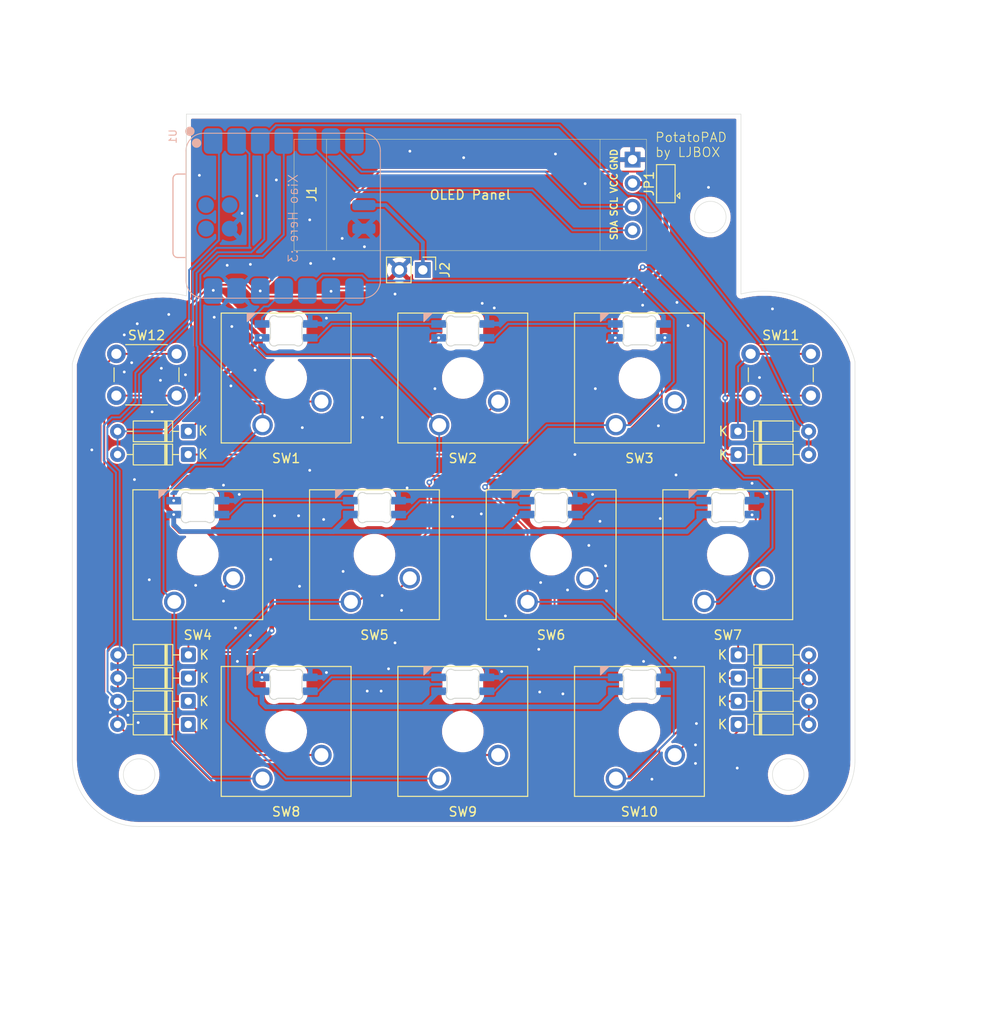
<source format=kicad_pcb>
(kicad_pcb (version 20241229) (generator "pcbnew") (generator_version "9.0")
  (layers (0 "F.Cu" signal) (2 "B.Cu" signal) (13 "F.Paste" user) (15 "B.Paste" user) (5 "F.SilkS" user "F.Silkscreen") (7 "B.SilkS" user "B.Silkscreen") (1 "F.Mask" user) (3 "B.Mask" user) (25 "Edge.Cuts" user))
  (net 0 "")
  (net 1 "/row1")
  (net 2 "Net-(D1-K)")
  (net 3 "Net-(D12-DIN)")
  (net 4 "GND")
  (net 5 "/argb")
  (net 6 "+5V")
  (net 7 "Net-(D3-K)")
  (net 8 "Net-(D4-K)")
  (net 9 "/row2")
  (net 10 "Net-(D5-K)")
  (net 11 "Net-(D6-K)")
  (net 12 "Net-(D7-K)")
  (net 13 "Net-(D8-K)")
  (net 14 "/row3")
  (net 15 "Net-(D9-K)")
  (net 16 "Net-(D10-K)")
  (net 17 "Net-(D11-K)")
  (net 18 "Net-(D12-DOUT)")
  (net 19 "Net-(D13-DOUT)")
  (net 20 "Net-(D14-DOUT)")
  (net 21 "Net-(D15-DOUT)")
  (net 22 "Net-(D16-DOUT)")
  (net 23 "Net-(D17-DOUT)")
  (net 24 "Net-(D18-DOUT)")
  (net 25 "Net-(D19-DOUT)")
  (net 29 "/D_SDA")
  (net 30 "+3.3V")
  (net 31 "/D_SCL")
  (net 32 "Net-(D21-K)")
  (net 33 "Net-(D22-K)")
  (net 34 "VCC")
  (net 35 "/col1")
  (net 36 "/col2")
  (net 37 "/col3")
  (net 38 "/col4")
  (net 39 "+BATT")
  (footprint "lib:MX_SK6812MINI-E" (layer "F.Cu") (at 83.38125 129 180)
    (property "Reference" "D15" (hide yes))
    (property "Value" "SK6812MINI")
    (fp_line (start 1.699999 4.377157) (end 1.699999 5.782841) (stroke (width 0.1)) (layer "Edge.Cuts"))
    (fp_line (start 0.794452 6.579999) (end -0.794452 6.579999) (stroke (width 0.1)) (layer "Edge.Cuts"))
    (fp_line (start -0.794452 3.58) (end 0.794453 3.58) (stroke (width 0.1)) (layer "Edge.Cuts"))
    (fp_line (start -1.699999 5.782841) (end -1.699999 4.377157) (stroke (width 0.1)) (layer "Edge.Cuts"))
    (fp_arc (start 1.749484 5.999719) (mid 1.712527 5.894067) (end 1.699999 5.782841) (stroke (width 0.1)) (layer "Edge.Cuts"))
    (fp_arc (start 1.749484 5.999718) (mid 1.638072 6.584034) (end 1.046711 6.648298) (stroke (width 0.1)) (layer "Edge.Cuts"))
    (fp_arc (start 1.699999 4.377156) (mid 1.712527 4.265931) (end 1.749484 4.160279) (stroke (width 0.1)) (layer "Edge.Cuts"))
    (fp_arc (start 1.046711 3.511701) (mid 1.638071 3.575965) (end 1.749484 4.160279) (stroke (width 0.1)) (layer "Edge.Cuts"))
    (fp_arc (start 1.046711 3.511701) (mid 0.925123 3.562623) (end 0.794453 3.58) (stroke (width 0.1)) (layer "Edge.Cuts"))
    (fp_arc (start 0.794452 6.579999) (mid 0.925123 6.597376) (end 1.046711 6.648298) (stroke (width 0.1)) (layer "Edge.Cuts"))
    (fp_arc (start -0.794453 3.579999) (mid -0.925123 3.562622) (end -1.046711 3.5117) (stroke (width 0.1)) (layer "Edge.Cuts"))
    (fp_arc (start -1.04671 6.648298) (mid -0.925122 6.597376) (end -0.794452 6.579999) (stroke (width 0.1)) (layer "Edge.Cuts"))
    (fp_arc (start -1.046711 6.648296) (mid -1.63807 6.584033) (end -1.749484 5.999719) (stroke (width 0.1)) (layer "Edge.Cuts"))
    (fp_arc (start -1.699999 5.782842) (mid -1.712527 5.894067) (end -1.749484 5.999719) (stroke (width 0.1)) (layer "Edge.Cuts"))
    (fp_arc (start -1.749484 4.160279) (mid -1.638071 3.575964) (end -1.046711 3.5117) (stroke (width 0.1)) (layer "Edge.Cuts"))
    (fp_arc (start -1.749484 4.160279) (mid -1.712527 4.265931) (end -1.699999 4.377157) (stroke (width 0.1)) (layer "Edge.Cuts"))
  )
  (footprint "lib:MX_SK6812MINI-E" (layer "F.Cu") (at 92.90625 148.05 180)
    (property "Reference" "D19" (hide yes))
    (property "Value" "SK6812MINI")
    (fp_line (start 1.699999 4.377157) (end 1.699999 5.782841) (stroke (width 0.1)) (layer "Edge.Cuts"))
    (fp_line (start 0.794452 6.579999) (end -0.794452 6.579999) (stroke (width 0.1)) (layer "Edge.Cuts"))
    (fp_line (start -0.794452 3.58) (end 0.794453 3.58) (stroke (width 0.1)) (layer "Edge.Cuts"))
    (fp_line (start -1.699999 5.782841) (end -1.699999 4.377157) (stroke (width 0.1)) (layer "Edge.Cuts"))
    (fp_arc (start 1.749484 5.999719) (mid 1.712527 5.894067) (end 1.699999 5.782841) (stroke (width 0.1)) (layer "Edge.Cuts"))
    (fp_arc (start 1.749484 5.999718) (mid 1.638072 6.584034) (end 1.046711 6.648298) (stroke (width 0.1)) (layer "Edge.Cuts"))
    (fp_arc (start 1.699999 4.377156) (mid 1.712527 4.265931) (end 1.749484 4.160279) (stroke (width 0.1)) (layer "Edge.Cuts"))
    (fp_arc (start 1.046711 3.511701) (mid 1.638071 3.575965) (end 1.749484 4.160279) (stroke (width 0.1)) (layer "Edge.Cuts"))
    (fp_arc (start 1.046711 3.511701) (mid 0.925123 3.562623) (end 0.794453 3.58) (stroke (width 0.1)) (layer "Edge.Cuts"))
    (fp_arc (start 0.794452 6.579999) (mid 0.925123 6.597376) (end 1.046711 6.648298) (stroke (width 0.1)) (layer "Edge.Cuts"))
    (fp_arc (start -0.794453 3.579999) (mid -0.925123 3.562622) (end -1.046711 3.5117) (stroke (width 0.1)) (layer "Edge.Cuts"))
    (fp_arc (start -1.04671 6.648298) (mid -0.925122 6.597376) (end -0.794452 6.579999) (stroke (width 0.1)) (layer "Edge.Cuts"))
    (fp_arc (start -1.046711 6.648296) (mid -1.63807 6.584033) (end -1.749484 5.999719) (stroke (width 0.1)) (layer "Edge.Cuts"))
    (fp_arc (start -1.699999 5.782842) (mid -1.712527 5.894067) (end -1.749484 5.999719) (stroke (width 0.1)) (layer "Edge.Cuts"))
    (fp_arc (start -1.749484 4.160279) (mid -1.638071 3.575964) (end -1.046711 3.5117) (stroke (width 0.1)) (layer "Edge.Cuts"))
    (fp_arc (start -1.749484 4.160279) (mid -1.712527 4.265931) (end -1.699999 4.377157) (stroke (width 0.1)) (layer "Edge.Cuts"))
  )
  (footprint "Diode_THT:D_DO-35_SOD27_P7.62mm_Horizontal" (layer "F.Cu") (at 63.3 115.7 180)
    (property "Reference" "D1" (hide yes))
    (property "Value" "1N4148")
  )
  (footprint "CherryMX:CherryMX_1.00u" (layer "F.Cu") (at 92.90625 109.95 180)
    (property "Reference" "SW2")
    (property "Value" "SW_Push")
  )
  (footprint "CherryMX:CherryMX_1.00u" (layer "F.Cu") (at 121.48125 129 180)
    (property "Reference" "SW7")
    (property "Value" "SW_Push")
  )
  (footprint "Diode_THT:D_DO-35_SOD27_P7.62mm_Horizontal" (layer "F.Cu") (at 122.6 144.8)
    (property "Reference" "D9" (hide yes))
    (property "Value" "1N4148")
  )
  (footprint "CherryMX:CherryMX_1.00u" (layer "F.Cu") (at 102.43125 129 180)
    (property "Reference" "SW6")
    (property "Value" "SW_Push")
  )
  (footprint "CherryMX:CherryMX_1.00u" (layer "F.Cu") (at 111.95625 109.95 180)
    (property "Reference" "SW3")
    (property "Value" "SW_Push")
  )
  (footprint "lib:MX_SK6812MINI-E" (layer "F.Cu") (at 102.43125 129 180)
    (property "Reference" "D16" (hide yes))
    (property "Value" "SK6812MINI")
    (fp_line (start 1.699999 4.377157) (end 1.699999 5.782841) (stroke (width 0.1)) (layer "Edge.Cuts"))
    (fp_line (start 0.794452 6.579999) (end -0.794452 6.579999) (stroke (width 0.1)) (layer "Edge.Cuts"))
    (fp_line (start -0.794452 3.58) (end 0.794453 3.58) (stroke (width 0.1)) (layer "Edge.Cuts"))
    (fp_line (start -1.699999 5.782841) (end -1.699999 4.377157) (stroke (width 0.1)) (layer "Edge.Cuts"))
    (fp_arc (start 1.749484 5.999719) (mid 1.712527 5.894067) (end 1.699999 5.782841) (stroke (width 0.1)) (layer "Edge.Cuts"))
    (fp_arc (start 1.749484 5.999718) (mid 1.638072 6.584034) (end 1.046711 6.648298) (stroke (width 0.1)) (layer "Edge.Cuts"))
    (fp_arc (start 1.699999 4.377156) (mid 1.712527 4.265931) (end 1.749484 4.160279) (stroke (width 0.1)) (layer "Edge.Cuts"))
    (fp_arc (start 1.046711 3.511701) (mid 1.638071 3.575965) (end 1.749484 4.160279) (stroke (width 0.1)) (layer "Edge.Cuts"))
    (fp_arc (start 1.046711 3.511701) (mid 0.925123 3.562623) (end 0.794453 3.58) (stroke (width 0.1)) (layer "Edge.Cuts"))
    (fp_arc (start 0.794452 6.579999) (mid 0.925123 6.597376) (end 1.046711 6.648298) (stroke (width 0.1)) (layer "Edge.Cuts"))
    (fp_arc (start -0.794453 3.579999) (mid -0.925123 3.562622) (end -1.046711 3.5117) (stroke (width 0.1)) (layer "Edge.Cuts"))
    (fp_arc (start -1.04671 6.648298) (mid -0.925122 6.597376) (end -0.794452 6.579999) (stroke (width 0.1)) (layer "Edge.Cuts"))
    (fp_arc (start -1.046711 6.648296) (mid -1.63807 6.584033) (end -1.749484 5.999719) (stroke (width 0.1)) (layer "Edge.Cuts"))
    (fp_arc (start -1.699999 5.782842) (mid -1.712527 5.894067) (end -1.749484 5.999719) (stroke (width 0.1)) (layer "Edge.Cuts"))
    (fp_arc (start -1.749484 4.160279) (mid -1.638071 3.575964) (end -1.046711 3.5117) (stroke (width 0.1)) (layer "Edge.Cuts"))
    (fp_arc (start -1.749484 4.160279) (mid -1.712527 4.265931) (end -1.699999 4.377157) (stroke (width 0.1)) (layer "Edge.Cuts"))
  )
  (footprint "CherryMX:CherryMX_1.00u" (layer "F.Cu") (at 83.38125 129 180)
    (property "Reference" "SW5")
    (property "Value" "SW_Push")
  )
  (footprint "Diode_THT:D_DO-35_SOD27_P7.62mm_Horizontal" (layer "F.Cu") (at 122.58 115.7)
    (property "Reference" "D21" (hide yes))
    (property "Value" "1N4148")
  )
  (footprint "Diode_THT:D_DO-35_SOD27_P7.62mm_Horizontal" (layer "F.Cu") (at 63.3 118.2 180)
    (property "Reference" "D3" (hide yes))
    (property "Value" "1N4148")
  )
  (footprint "lib:MX_SK6812MINI-E" (layer "F.Cu") (at 64.33125 129 180)
    (property "Reference" "D14" (hide yes))
    (property "Value" "SK6812MINI")
    (fp_line (start 1.699999 4.377157) (end 1.699999 5.782841) (stroke (width 0.1)) (layer "Edge.Cuts"))
    (fp_line (start 0.794452 6.579999) (end -0.794452 6.579999) (stroke (width 0.1)) (layer "Edge.Cuts"))
    (fp_line (start -0.794452 3.58) (end 0.794453 3.58) (stroke (width 0.1)) (layer "Edge.Cuts"))
    (fp_line (start -1.699999 5.782841) (end -1.699999 4.377157) (stroke (width 0.1)) (layer "Edge.Cuts"))
    (fp_arc (start 1.749484 5.999719) (mid 1.712527 5.894067) (end 1.699999 5.782841) (stroke (width 0.1)) (layer "Edge.Cuts"))
    (fp_arc (start 1.749484 5.999718) (mid 1.638072 6.584034) (end 1.046711 6.648298) (stroke (width 0.1)) (layer "Edge.Cuts"))
    (fp_arc (start 1.699999 4.377156) (mid 1.712527 4.265931) (end 1.749484 4.160279) (stroke (width 0.1)) (layer "Edge.Cuts"))
    (fp_arc (start 1.046711 3.511701) (mid 1.638071 3.575965) (end 1.749484 4.160279) (stroke (width 0.1)) (layer "Edge.Cuts"))
    (fp_arc (start 1.046711 3.511701) (mid 0.925123 3.562623) (end 0.794453 3.58) (stroke (width 0.1)) (layer "Edge.Cuts"))
    (fp_arc (start 0.794452 6.579999) (mid 0.925123 6.597376) (end 1.046711 6.648298) (stroke (width 0.1)) (layer "Edge.Cuts"))
    (fp_arc (start -0.794453 3.579999) (mid -0.925123 3.562622) (end -1.046711 3.5117) (stroke (width 0.1)) (layer "Edge.Cuts"))
    (fp_arc (start -1.04671 6.648298) (mid -0.925122 6.597376) (end -0.794452 6.579999) (stroke (width 0.1)) (layer "Edge.Cuts"))
    (fp_arc (start -1.046711 6.648296) (mid -1.63807 6.584033) (end -1.749484 5.999719) (stroke (width 0.1)) (layer "Edge.Cuts"))
    (fp_arc (start -1.699999 5.782842) (mid -1.712527 5.894067) (end -1.749484 5.999719) (stroke (width 0.1)) (layer "Edge.Cuts"))
    (fp_arc (start -1.749484 4.160279) (mid -1.638071 3.575964) (end -1.046711 3.5117) (stroke (width 0.1)) (layer "Edge.Cuts"))
    (fp_arc (start -1.749484 4.160279) (mid -1.712527 4.265931) (end -1.699999 4.377157) (stroke (width 0.1)) (layer "Edge.Cuts"))
  )
  (footprint "lib:MX_SK6812MINI-E" (layer "F.Cu") (at 111.95625 148.05 180)
    (property "Reference" "D20" (hide yes))
    (property "Value" "SK6812MINI")
    (fp_line (start 1.699999 4.377157) (end 1.699999 5.782841) (stroke (width 0.1)) (layer "Edge.Cuts"))
    (fp_line (start 0.794452 6.579999) (end -0.794452 6.579999) (stroke (width 0.1)) (layer "Edge.Cuts"))
    (fp_line (start -0.794452 3.58) (end 0.794453 3.58) (stroke (width 0.1)) (layer "Edge.Cuts"))
    (fp_line (start -1.699999 5.782841) (end -1.699999 4.377157) (stroke (width 0.1)) (layer "Edge.Cuts"))
    (fp_arc (start 1.749484 5.999719) (mid 1.712527 5.894067) (end 1.699999 5.782841) (stroke (width 0.1)) (layer "Edge.Cuts"))
    (fp_arc (start 1.749484 5.999718) (mid 1.638072 6.584034) (end 1.046711 6.648298) (stroke (width 0.1)) (layer "Edge.Cuts"))
    (fp_arc (start 1.699999 4.377156) (mid 1.712527 4.265931) (end 1.749484 4.160279) (stroke (width 0.1)) (layer "Edge.Cuts"))
    (fp_arc (start 1.046711 3.511701) (mid 1.638071 3.575965) (end 1.749484 4.160279) (stroke (width 0.1)) (layer "Edge.Cuts"))
    (fp_arc (start 1.046711 3.511701) (mid 0.925123 3.562623) (end 0.794453 3.58) (stroke (width 0.1)) (layer "Edge.Cuts"))
    (fp_arc (start 0.794452 6.579999) (mid 0.925123 6.597376) (end 1.046711 6.648298) (stroke (width 0.1)) (layer "Edge.Cuts"))
    (fp_arc (start -0.794453 3.579999) (mid -0.925123 3.562622) (end -1.046711 3.5117) (stroke (width 0.1)) (layer "Edge.Cuts"))
    (fp_arc (start -1.04671 6.648298) (mid -0.925122 6.597376) (end -0.794452 6.579999) (stroke (width 0.1)) (layer "Edge.Cuts"))
    (fp_arc (start -1.046711 6.648296) (mid -1.63807 6.584033) (end -1.749484 5.999719) (stroke (width 0.1)) (layer "Edge.Cuts"))
    (fp_arc (start -1.699999 5.782842) (mid -1.712527 5.894067) (end -1.749484 5.999719) (stroke (width 0.1)) (layer "Edge.Cuts"))
    (fp_arc (start -1.749484 4.160279) (mid -1.638071 3.575964) (end -1.046711 3.5117) (stroke (width 0.1)) (layer "Edge.Cuts"))
    (fp_arc (start -1.749484 4.160279) (mid -1.712527 4.265931) (end -1.699999 4.377157) (stroke (width 0.1)) (layer "Edge.Cuts"))
  )
  (footprint "Diode_THT:D_DO-35_SOD27_P7.62mm_Horizontal" (layer "F.Cu") (at 63.32 142.3 180)
    (property "Reference" "D6" (hide yes))
    (property "Value" "1N4148")
  )
  (footprint "Diode_THT:D_DO-35_SOD27_P7.62mm_Horizontal" (layer "F.Cu") (at 122.6 147.3)
    (property "Reference" "D22" (hide yes))
    (property "Value" "1N4148")
  )
  (footprint "Diode_THT:D_DO-35_SOD27_P7.62mm_Horizontal" (layer "F.Cu") (at 63.3 147.3 180)
    (property "Reference" "D10" (hide yes))
    (property "Value" "1N4148")
  )
  (footprint "Button_Switch_THT:SW_PUSH_6mm" (layer "F.Cu") (at 123.95 107.35)
    (property "Reference" "SW11")
    (property "Value" "SW_Push")
  )
  (footprint "Diode_THT:D_DO-35_SOD27_P7.62mm_Horizontal" (layer "F.Cu") (at 63.32 139.8 180)
    (property "Reference" "D5" (hide yes))
    (property "Value" "1N4148")
  )
  (footprint "Jumper:SolderJumper-3_P1.3mm_Bridged2Bar12_Pad1.0x1.5mm" (layer "F.Cu") (at 114.8 89 90)
    (property "Reference" "JP1")
    (property "Value" "Jumper_3_Bridged12")
  )
  (footprint "Diode_THT:D_DO-35_SOD27_P7.62mm_Horizontal" (layer "F.Cu") (at 122.6 139.8)
    (property "Reference" "D8" (hide yes))
    (property "Value" "1N4148")
  )
  (footprint "lib:MX_SK6812MINI-E" (layer "F.Cu") (at 73.85625 148.05 180)
    (property "Reference" "D18" (hide yes))
    (property "Value" "SK6812MINI")
    (fp_line (start 1.699999 4.377157) (end 1.699999 5.782841) (stroke (width 0.1)) (layer "Edge.Cuts"))
    (fp_line (start 0.794452 6.579999) (end -0.794452 6.579999) (stroke (width 0.1)) (layer "Edge.Cuts"))
    (fp_line (start -0.794452 3.58) (end 0.794453 3.58) (stroke (width 0.1)) (layer "Edge.Cuts"))
    (fp_line (start -1.699999 5.782841) (end -1.699999 4.377157) (stroke (width 0.1)) (layer "Edge.Cuts"))
    (fp_arc (start 1.749484 5.999719) (mid 1.712527 5.894067) (end 1.699999 5.782841) (stroke (width 0.1)) (layer "Edge.Cuts"))
    (fp_arc (start 1.749484 5.999718) (mid 1.638072 6.584034) (end 1.046711 6.648298) (stroke (width 0.1)) (layer "Edge.Cuts"))
    (fp_arc (start 1.699999 4.377156) (mid 1.712527 4.265931) (end 1.749484 4.160279) (stroke (width 0.1)) (layer "Edge.Cuts"))
    (fp_arc (start 1.046711 3.511701) (mid 1.638071 3.575965) (end 1.749484 4.160279) (stroke (width 0.1)) (layer "Edge.Cuts"))
    (fp_arc (start 1.046711 3.511701) (mid 0.925123 3.562623) (end 0.794453 3.58) (stroke (width 0.1)) (layer "Edge.Cuts"))
    (fp_arc (start 0.794452 6.579999) (mid 0.925123 6.597376) (end 1.046711 6.648298) (stroke (width 0.1)) (layer "Edge.Cuts"))
    (fp_arc (start -0.794453 3.579999) (mid -0.925123 3.562622) (end -1.046711 3.5117) (stroke (width 0.1)) (layer "Edge.Cuts"))
    (fp_arc (start -1.04671 6.648298) (mid -0.925122 6.597376) (end -0.794452 6.579999) (stroke (width 0.1)) (layer "Edge.Cuts"))
    (fp_arc (start -1.046711 6.648296) (mid -1.63807 6.584033) (end -1.749484 5.999719) (stroke (width 0.1)) (layer "Edge.Cuts"))
    (fp_arc (start -1.699999 5.782842) (mid -1.712527 5.894067) (end -1.749484 5.999719) (stroke (width 0.1)) (layer "Edge.Cuts"))
    (fp_arc (start -1.749484 4.160279) (mid -1.638071 3.575964) (end -1.046711 3.5117) (stroke (width 0.1)) (layer "Edge.Cuts"))
    (fp_arc (start -1.749484 4.160279) (mid -1.712527 4.265931) (end -1.699999 4.377157) (stroke (width 0.1)) (layer "Edge.Cuts"))
  )
  (footprint "Connector_PinHeader_2.54mm:PinHeader_1x02_P2.54mm_Vertical" (layer "F.Cu") (at 88.6 98.3 -90)
    (property "Reference" "J2")
    (property "Value" "Conn_01x02")
  )
  (footprint "lib:MX_SK6812MINI-E" (layer "F.Cu") (at 73.85625 109.95 180)
    (property "Reference" "D2" (hide yes))
    (property "Value" "SK6812MINI")
    (fp_line (start 1.699999 4.377157) (end 1.699999 5.782841) (stroke (width 0.1)) (layer "Edge.Cuts"))
    (fp_line (start 0.794452 6.579999) (end -0.794452 6.579999) (stroke (width 0.1)) (layer "Edge.Cuts"))
    (fp_line (start -0.794452 3.58) (end 0.794453 3.58) (stroke (width 0.1)) (layer "Edge.Cuts"))
    (fp_line (start -1.699999 5.782841) (end -1.699999 4.377157) (stroke (width 0.1)) (layer "Edge.Cuts"))
    (fp_arc (start 1.749484 5.999719) (mid 1.712527 5.894067) (end 1.699999 5.782841) (stroke (width 0.1)) (layer "Edge.Cuts"))
    (fp_arc (start 1.749484 5.999718) (mid 1.638072 6.584034) (end 1.046711 6.648298) (stroke (width 0.1)) (layer "Edge.Cuts"))
    (fp_arc (start 1.699999 4.377156) (mid 1.712527 4.265931) (end 1.749484 4.160279) (stroke (width 0.1)) (layer "Edge.Cuts"))
    (fp_arc (start 1.046711 3.511701) (mid 1.638071 3.575965) (end 1.749484 4.160279) (stroke (width 0.1)) (layer "Edge.Cuts"))
    (fp_arc (start 1.046711 3.511701) (mid 0.925123 3.562623) (end 0.794453 3.58) (stroke (width 0.1)) (layer "Edge.Cuts"))
    (fp_arc (start 0.794452 6.579999) (mid 0.925123 6.597376) (end 1.046711 6.648298) (stroke (width 0.1)) (layer "Edge.Cuts"))
    (fp_arc (start -0.794453 3.579999) (mid -0.925123 3.562622) (end -1.046711 3.5117) (stroke (width 0.1)) (layer "Edge.Cuts"))
    (fp_arc (start -1.04671 6.648298) (mid -0.925122 6.597376) (end -0.794452 6.579999) (stroke (width 0.1)) (layer "Edge.Cuts"))
    (fp_arc (start -1.046711 6.648296) (mid -1.63807 6.584033) (end -1.749484 5.999719) (stroke (width 0.1)) (layer "Edge.Cuts"))
    (fp_arc (start -1.699999 5.782842) (mid -1.712527 5.894067) (end -1.749484 5.999719) (stroke (width 0.1)) (layer "Edge.Cuts"))
    (fp_arc (start -1.749484 4.160279) (mid -1.638071 3.575964) (end -1.046711 3.5117) (stroke (width 0.1)) (layer "Edge.Cuts"))
    (fp_arc (start -1.749484 4.160279) (mid -1.712527 4.265931) (end -1.699999 4.377157) (stroke (width 0.1)) (layer "Edge.Cuts"))
  )
  (footprint "lib:MX_SK6812MINI-E" (layer "F.Cu") (at 121.5 129 180)
    (property "Reference" "D17" (hide yes))
    (property "Value" "SK6812MINI")
    (fp_line (start 1.699999 4.377157) (end 1.699999 5.782841) (stroke (width 0.1)) (layer "Edge.Cuts"))
    (fp_line (start 0.794452 6.579999) (end -0.794452 6.579999) (stroke (width 0.1)) (layer "Edge.Cuts"))
    (fp_line (start -0.794452 3.58) (end 0.794453 3.58) (stroke (width 0.1)) (layer "Edge.Cuts"))
    (fp_line (start -1.699999 5.782841) (end -1.699999 4.377157) (stroke (width 0.1)) (layer "Edge.Cuts"))
    (fp_arc (start 1.749484 5.999719) (mid 1.712527 5.894067) (end 1.699999 5.782841) (stroke (width 0.1)) (layer "Edge.Cuts"))
    (fp_arc (start 1.749484 5.999718) (mid 1.638072 6.584034) (end 1.046711 6.648298) (stroke (width 0.1)) (layer "Edge.Cuts"))
    (fp_arc (start 1.699999 4.377156) (mid 1.712527 4.265931) (end 1.749484 4.160279) (stroke (width 0.1)) (layer "Edge.Cuts"))
    (fp_arc (start 1.046711 3.511701) (mid 1.638071 3.575965) (end 1.749484 4.160279) (stroke (width 0.1)) (layer "Edge.Cuts"))
    (fp_arc (start 1.046711 3.511701) (mid 0.925123 3.562623) (end 0.794453 3.58) (stroke (width 0.1)) (layer "Edge.Cuts"))
    (fp_arc (start 0.794452 6.579999) (mid 0.925123 6.597376) (end 1.046711 6.648298) (stroke (width 0.1)) (layer "Edge.Cuts"))
    (fp_arc (start -0.794453 3.579999) (mid -0.925123 3.562622) (end -1.046711 3.5117) (stroke (width 0.1)) (layer "Edge.Cuts"))
    (fp_arc (start -1.04671 6.648298) (mid -0.925122 6.597376) (end -0.794452 6.579999) (stroke (width 0.1)) (layer "Edge.Cuts"))
    (fp_arc (start -1.046711 6.648296) (mid -1.63807 6.584033) (end -1.749484 5.999719) (stroke (width 0.1)) (layer "Edge.Cuts"))
    (fp_arc (start -1.699999 5.782842) (mid -1.712527 5.894067) (end -1.749484 5.999719) (stroke (width 0.1)) (layer "Edge.Cuts"))
    (fp_arc (start -1.749484 4.160279) (mid -1.638071 3.575964) (end -1.046711 3.5117) (stroke (width 0.1)) (layer "Edge.Cuts"))
    (fp_arc (start -1.749484 4.160279) (mid -1.712527 4.265931) (end -1.699999 4.377157) (stroke (width 0.1)) (layer "Edge.Cuts"))
  )
  (footprint "lib:MX_SK6812MINI-E" (layer "F.Cu") (at 92.90625 109.95 180)
    (property "Reference" "D12" (hide yes))
    (property "Value" "SK6812MINI")
    (fp_line (start 1.699999 4.377157) (end 1.699999 5.782841) (stroke (width 0.1)) (layer "Edge.Cuts"))
    (fp_line (start 0.794452 6.579999) (end -0.794452 6.579999) (stroke (width 0.1)) (layer "Edge.Cuts"))
    (fp_line (start -0.794452 3.58) (end 0.794453 3.58) (stroke (width 0.1)) (layer "Edge.Cuts"))
    (fp_line (start -1.699999 5.782841) (end -1.699999 4.377157) (stroke (width 0.1)) (layer "Edge.Cuts"))
    (fp_arc (start 1.749484 5.999719) (mid 1.712527 5.894067) (end 1.699999 5.782841) (stroke (width 0.1)) (layer "Edge.Cuts"))
    (fp_arc (start 1.749484 5.999718) (mid 1.638072 6.584034) (end 1.046711 6.648298) (stroke (width 0.1)) (layer "Edge.Cuts"))
    (fp_arc (start 1.699999 4.377156) (mid 1.712527 4.265931) (end 1.749484 4.160279) (stroke (width 0.1)) (layer "Edge.Cuts"))
    (fp_arc (start 1.046711 3.511701) (mid 1.638071 3.575965) (end 1.749484 4.160279) (stroke (width 0.1)) (layer "Edge.Cuts"))
    (fp_arc (start 1.046711 3.511701) (mid 0.925123 3.562623) (end 0.794453 3.58) (stroke (width 0.1)) (layer "Edge.Cuts"))
    (fp_arc (start 0.794452 6.579999) (mid 0.925123 6.597376) (end 1.046711 6.648298) (stroke (width 0.1)) (layer "Edge.Cuts"))
    (fp_arc (start -0.794453 3.579999) (mid -0.925123 3.562622) (end -1.046711 3.5117) (stroke (width 0.1)) (layer "Edge.Cuts"))
    (fp_arc (start -1.04671 6.648298) (mid -0.925122 6.597376) (end -0.794452 6.579999) (stroke (width 0.1)) (layer "Edge.Cuts"))
    (fp_arc (start -1.046711 6.648296) (mid -1.63807 6.584033) (end -1.749484 5.999719) (stroke (width 0.1)) (layer "Edge.Cuts"))
    (fp_arc (start -1.699999 5.782842) (mid -1.712527 5.894067) (end -1.749484 5.999719) (stroke (width 0.1)) (layer "Edge.Cuts"))
    (fp_arc (start -1.749484 4.160279) (mid -1.638071 3.575964) (end -1.046711 3.5117) (stroke (width 0.1)) (layer "Edge.Cuts"))
    (fp_arc (start -1.749484 4.160279) (mid -1.712527 4.265931) (end -1.699999 4.377157) (stroke (width 0.1)) (layer "Edge.Cuts"))
  )
  (footprint "lib:SSD1306_OLED-0.91-128x32" (layer "F.Cu") (at 74.715 84.215)
    (property "Reference" "J1")
    (property "Value" "oled display ;3")
  )
  (footprint "Diode_THT:D_DO-35_SOD27_P7.62mm_Horizontal" (layer "F.Cu") (at 122.6 142.3)
    (property "Reference" "D7" (hide yes))
    (property "Value" "1N4148")
  )
  (footprint "CherryMX:CherryMX_1.00u" (layer "F.Cu") (at 92.90625 148.05 180)
    (property "Reference" "SW9")
    (property "Value" "SW_Push")
  )
  (footprint "Diode_THT:D_DO-35_SOD27_P7.62mm_Horizontal" (layer "F.Cu") (at 122.59 118.2)
    (property "Reference" "D4" (hide yes))
    (property "Value" "1N4148")
  )
  (footprint "CherryMX:CherryMX_1.00u" (layer "F.Cu") (at 73.85625 109.95 180)
    (property "Reference" "SW1")
    (property "Value" "SW_Push")
  )
  (footprint "CherryMX:CherryMX_1.00u" (layer "F.Cu") (at 64.33125 129 180)
    (property "Reference" "SW4")
    (property "Value" "SW_Push")
  )
  (footprint "Button_Switch_THT:SW_PUSH_6mm" (layer "F.Cu") (at 55.55 107.35)
    (property "Reference" "SW12")
    (property "Value" "SW_Push")
  )
  (footprint "CherryMX:CherryMX_1.00u" (layer "F.Cu") (at 73.85625 148.05 180)
    (property "Reference" "SW8")
    (property "Value" "SW_Push")
  )
  (footprint "CherryMX:CherryMX_1.00u" (layer "F.Cu") (at 111.95625 148.05 180)
    (property "Reference" "SW10")
    (property "Value" "SW_Push")
  )
  (footprint "lib:MX_SK6812MINI-E" (layer "F.Cu") (at 111.95625 109.95 180)
    (property "Reference" "D13" (hide yes))
    (property "Value" "SK6812MINI")
    (fp_line (start 1.699999 4.377157) (end 1.699999 5.782841) (stroke (width 0.1)) (layer "Edge.Cuts"))
    (fp_line (start 0.794452 6.579999) (end -0.794452 6.579999) (stroke (width 0.1)) (layer "Edge.Cuts"))
    (fp_line (start -0.794452 3.58) (end 0.794453 3.58) (stroke (width 0.1)) (layer "Edge.Cuts"))
    (fp_line (start -1.699999 5.782841) (end -1.699999 4.377157) (stroke (width 0.1)) (layer "Edge.Cuts"))
    (fp_arc (start 1.749484 5.999719) (mid 1.712527 5.894067) (end 1.699999 5.782841) (stroke (width 0.1)) (layer "Edge.Cuts"))
    (fp_arc (start 1.749484 5.999718) (mid 1.638072 6.584034) (end 1.046711 6.648298) (stroke (width 0.1)) (layer "Edge.Cuts"))
    (fp_arc (start 1.699999 4.377156) (mid 1.712527 4.265931) (end 1.749484 4.160279) (stroke (width 0.1)) (layer "Edge.Cuts"))
    (fp_arc (start 1.046711 3.511701) (mid 1.638071 3.575965) (end 1.749484 4.160279) (stroke (width 0.1)) (layer "Edge.Cuts"))
    (fp_arc (start 1.046711 3.511701) (mid 0.925123 3.562623) (end 0.794453 3.58) (stroke (width 0.1)) (layer "Edge.Cuts"))
    (fp_arc (start 0.794452 6.579999) (mid 0.925123 6.597376) (end 1.046711 6.648298) (stroke (width 0.1)) (layer "Edge.Cuts"))
    (fp_arc (start -0.794453 3.579999) (mid -0.925123 3.562622) (end -1.046711 3.5117) (stroke (width 0.1)) (layer "Edge.Cuts"))
    (fp_arc (start -1.04671 6.648298) (mid -0.925122 6.597376) (end -0.794452 6.579999) (stroke (width 0.1)) (layer "Edge.Cuts"))
    (fp_arc (start -1.046711 6.648296) (mid -1.63807 6.584033) (end -1.749484 5.999719) (stroke (width 0.1)) (layer "Edge.Cuts"))
    (fp_arc (start -1.699999 5.782842) (mid -1.712527 5.894067) (end -1.749484 5.999719) (stroke (width 0.1)) (layer "Edge.Cuts"))
    (fp_arc (start -1.749484 4.160279) (mid -1.638071 3.575964) (end -1.046711 3.5117) (stroke (width 0.1)) (layer "Edge.Cuts"))
    (fp_arc (start -1.749484 4.160279) (mid -1.712527 4.265931) (end -1.699999 4.377157) (stroke (width 0.1)) (layer "Edge.Cuts"))
  )
  (footprint "Diode_THT:D_DO-35_SOD27_P7.62mm_Horizontal" (layer "F.Cu") (at 63.3 144.8 180)
    (property "Reference" "D11" (hide yes))
    (property "Value" "1N4148")
  )
  (footprint "lib:XIAO-RP2040-SMD" (layer "B.Cu") (at 73.6 92.4 -90)
    (property "Reference" "U1")
    (property "Value" "XIAO-RP2040-SMD")
  )
  (gr_line (start 122.9 81.5) (end 63.1 81.5) (stroke (width 0.05)) (layer "Edge.Cuts"))
  (gr_line (start 128 158.299999) (end 58 158.3) (stroke (width 0.05)) (layer "Edge.Cuts"))
  (gr_line (start 63.1 81.5) (end 63.1 101.1) (stroke (width 0.05)) (layer "Edge.Cuts"))
  (gr_arc (start 58 158.3) (mid 52.908831 156.191169) (end 50.8 151.1) (stroke (width 0.05)) (layer "Edge.Cuts"))
  (gr_line (start 135.2 108.200004) (end 135.199999 151.1) (stroke (width 0.05)) (layer "Edge.Cuts"))
  (gr_circle (center 58 152.7) (end 59.7 152.7) (stroke (width 0.05)) (fill no) (layer "Edge.Cuts"))
  (gr_arc (start 50.8 108.4) (mid 55.43812 102.202587) (end 63.1 101.1) (stroke (width 0.05)) (layer "Edge.Cuts"))
  (gr_line (start 50.8 151.1) (end 50.8 108.4) (stroke (width 0.05)) (layer "Edge.Cuts"))
  (gr_circle (center 119.6 92.6) (end 121.3 92.6) (stroke (width 0.05)) (fill no) (layer "Edge.Cuts"))
  (gr_line (start 122.9 81.5) (end 122.9 100.9) (stroke (width 0.05)) (layer "Edge.Cuts"))
  (gr_circle (center 128 152.7) (end 129.7 152.7) (stroke (width 0.05)) (fill no) (layer "Edge.Cuts"))
  (gr_arc (start 135.199999 151.099999) (mid 133.091168 156.191168) (end 127.999999 158.299999) (stroke (width 0.05)) (layer "Edge.Cuts"))
  (gr_arc (start 122.9 100.9) (mid 130.56188 102.002587) (end 135.2 108.2) (stroke (width 0.05)) (layer "Edge.Cuts"))
  (gr_text "PotatoPAD\nby LJBOX" (at 113.6 86.2 -0) (layer "F.SilkS") (effects (font (size 1 1) (thickness 0.1)) (justify left bottom)))
  (gr_text "Xiao Here :3\n" (at 75.2 87.9 90) (layer "B.SilkS") (effects (font (size 1 1) (thickness 0.1)) (justify left bottom mirror)))
  (segment (start 64.3 106.5671) (end 64.3 112.398) (width 0.2) (layer "B.Cu") (net 1))
  (segment (start 64.199 98.6339) (end 64.199 106.4661) (width 0.2) (layer "B.Cu") (net 1))
  (segment (start 129.149 114.649) (end 130.2 115.7) (width 0.2) (layer "B.Cu") (net 1))
  (segment (start 71.06 84.4) (end 71.5 84.84) (width 0.2) (layer "B.Cu") (net 1))
  (segment (start 72.76 82.7) (end 103.34224 82.7) (width 0.2) (layer "B.Cu") (net 1))
  (segment (start 71.5 84.84) (end 71.5 95) (width 0.2) (layer "B.Cu") (net 1))
  (segment (start 112.5 90.3) (end 125.1 106.3) (width 0.2) (layer "B.Cu") (net 1))
  (segment (start 110.73824 90.096) (end 112.5 90.3) (width 0.2) (layer "B.Cu") (net 1))
  (segment (start 71.5 95) (end 70.101 96.399) (width 0.2) (layer "B.Cu") (net 1))
  (segment (start 103.34224 82.7) (end 110.73824 90.096) (width 0.2) (layer "B.Cu") (net 1))
  (segment (start 64.3 112.398) (end 60.998 115.7) (width 0.2) (layer "B.Cu") (net 1))
  (segment (start 60.998 115.7) (end 55.68 115.7) (width 0.2) (layer "B.Cu") (net 1))
  (segment (start 64.199 106.4661) (end 64.3 106.5671) (width 0.2) (layer "B.Cu") (net 1))
  (segment (start 71.06 84.4) (end 72.76 82.7) (width 0.2) (layer "B.Cu") (net 1))
  (segment (start 66.4339 96.399) (end 64.199 98.6339) (width 0.2) (layer "B.Cu") (net 1))
  (segment (start 130.21 116.01) (end 130.21 118.2) (width 0.2) (layer "B.Cu") (net 1))
  (segment (start 130.2 116) (end 130.21 116.01) (width 0.2) (layer "B.Cu") (net 1))
  (segment (start 55.68 118.2) (end 55.68 115.7) (width 0.2) (layer "B.Cu") (net 1))
  (segment (start 125.1 106.3) (end 129.149 114.649) (width 0.2) (layer "B.Cu") (net 1))
  (segment (start 130.2 115.7) (end 130.2 116) (width 0.2) (layer "B.Cu") (net 1))
  (segment (start 70.101 96.399) (end 66.4339 96.399) (width 0.2) (layer "B.Cu") (net 1))
  (segment (start 63.3 115.7) (end 66.51 112.49) (width 0.2) (layer "F.Cu") (net 2))
  (segment (start 66.51 112.49) (end 77.66625 112.49) (width 0.2) (layer "F.Cu") (net 2))
  (segment (start 77.25625 105.620001) (end 78.75625 104.120001) (width 0.2) (layer "B.Cu") (net 3))
  (segment (start 78.75625 104.120001) (end 90.30625 104.120001) (width 0.2) (layer "B.Cu") (net 3))
  (segment (start 76.45625 105.620001) (end 77.25625 105.620001) (width 0.2) (layer "B.Cu") (net 3))
  (via (at 124.1 121.3) (size 0.6) (drill 0.3) (layers "F.Cu" "B.Cu") (net 4))
  (via (at 118.1 147.2) (size 0.6) (drill 0.3) (layers "F.Cu" "B.Cu") (net 4))
  (via (at 85.6 138.5) (size 0.6) (drill 0.3) (layers "F.Cu" "B.Cu") (net 4))
  (via (at 86.3 135) (size 0.6) (drill 0.3) (layers "F.Cu" "B.Cu") (net 4))
  (via (at 67.1 121.5) (size 0.6) (drill 0.3) (layers "F.Cu" "B.Cu") (net 4))
  (via (at 87.2 85.5) (size 0.6) (drill 0.3) (layers "F.Cu" "B.Cu") (net 4))
  (via (at 91.8 124.9) (size 0.6) (drill 0.3) (layers "F.Cu" "B.Cu") (net 4))
  (via (at 85.6 100.9) (size 0.6) (drill 0.3) (layers "F.Cu" "B.Cu") (net 4))
  (via (at 70.7 90.3) (size 0.6) (drill 0.3) (layers "F.Cu" "B.Cu") (net 4))
  (via (at 68.4 136.9) (size 0.6) (drill 0.3) (layers "F.Cu" "B.Cu") (net 4))
  (via (at 57.9 147.1) (size 0.6) (drill 0.3) (layers "F.Cu" "B.Cu") (net 4))
  (via (at 68 104.4) (size 0.6) (drill 0.3) (layers "F.Cu" "B.Cu") (net 4))
  (via (at 115.8 140.1) (size 0.6) (drill 0.3) (layers "F.Cu" "B.Cu") (net 4))
  (via (at 56.4 105.3) (size 0.6) (drill 0.3) (layers "F.Cu" "B.Cu") (net 4))
  (via (at 104.2 132.8) (size 0.6) (drill 0.3) (layers "F.Cu" "B.Cu") (net 4))
  (via (at 86.9 121.8) (size 0.6) (drill 0.3) (layers "F.Cu" "B.Cu") (net 4))
  (via (at 68.6 140.5) (size 0.6) (drill 0.3) (layers "F.Cu" "B.Cu") (net 4))
  (via (at 64.5 88.1) (size 0.6) (drill 0.3) (layers "F.Cu" "B.Cu") (net 4))
  (via (at 108.3 130.2) (size 0.6) (drill 0.3) (layers "F.Cu" "B.Cu") (net 4))
  (via (at 56.8 146.3) (size 0.6) (drill 0.3) (layers "F.Cu" "B.Cu") (net 4))
  (via (at 103.7 144) (size 0.6) (drill 0.3) (layers "F.Cu" "B.Cu") (net 4))
  (via (at 93 86.2) (size 0.6) (drill 0.3) (layers "F.Cu" "B.Cu") (net 4))
  (via (at 106.1 89) (size 0.6) (drill 0.3) (layers "F.Cu" "B.Cu") (net 4))
  (via (at 82.6 143.7) (size 0.6) (drill 0.3) (layers "F.Cu" "B.Cu") (net 4))
  (via (at 64.1 132.3) (size 0.6) (drill 0.3) (layers "F.Cu" "B.Cu") (net 4))
  (via (at 61.2 103.1) (size 0.6) (drill 0.3) (layers "F.Cu" "B.Cu") (net 4))
  (via (at 70.5 109.1) (size 0.6) (drill 0.3) (layers "F.Cu" "B.Cu") (net 4))
  (via (at 84.1 143.7) (size 0.6) (drill 0.3) (layers "F.Cu" "B.Cu") (net 4))
  (via (at 115.9 120.4) (size 0.6) (drill 0.3) (layers "F.Cu" "B.Cu") (net 4))
  (via (at 101.3 132) (size 0.6) (drill 0.3) (layers "F.Cu" "B.Cu") (net 4))
  (via (at 75.3 132.4) (size 0.6) (drill 0.3) (layers "F.Cu" "B.Cu") (net 4))
  (via (at 67.5 97.8) (size 0.6) (drill 0.3) (layers "F.Cu" "B.Cu") (net 4))
  (via (at 82.1 114.2) (size 0.6) (drill 0.3) (layers "F.Cu" "B.Cu") (net 4))
  (via (at 79 97.1) (size 0.6) (drill 0.3) (layers "F.Cu" "B.Cu") (net 4))
  (via (at 82.3 95.8) (size 0.6) (drill 0.3) (layers "F.Cu" "B.Cu") (net 4))
  (via (at 72.6 124.8) (size 0.6) (drill 0.3) (layers "F.Cu" "B.Cu") (net 4))
  (via (at 106.9 122.5) (size 0.6) (drill 0.3) (layers "F.Cu" "B.Cu") (net 4))
  (via (at 66.1 103.4) (size 0.6) (drill 0.3) (layers "F.Cu" "B.Cu") (net 4))
  (via (at 75.2 124.8) (size 0.6) (drill 0.3) (layers "F.Cu" "B.Cu") (net 4))
  (via (at 57.5 120.9) (size 0.6) (drill 0.3) (layers "F.Cu" "B.Cu") (net 4))
  (via (at 52.9 117.7) (size 0.6) (drill 0.3) (layers "F.Cu" "B.Cu") (net 4))
  (via (at 69.1 92.2) (size 0.6) (drill 0.3) (layers "F.Cu" "B.Cu") (net 4))
  (via (at 60.4 108.9) (size 0.6) (drill 0.3) (layers "F.Cu" "B.Cu") (net 4))
  (via (at 125.7 122.4) (size 0.6) (drill 0.3) (layers "F.Cu" "B.Cu") (net 4))
  (via (at 94.9 124.6) (size 0.6) (drill 0.3) (layers "F.Cu" "B.Cu") (net 4))
  (via (at 124.9 109.9) (size 0.6) (drill 0.3) (layers "F.Cu" "B.Cu") (net 4))
  (via (at 63 109.6) (size 0.6) (drill 0.3) (layers "F.Cu" "B.Cu") (net 4))
  (via (at 78.2 141.7) (size 0.6) (drill 0.3) (layers "F.Cu" "B.Cu") (net 4))
  (via (at 70 137.7) (size 0.6) (drill 0.3) (layers "F.Cu" "B.Cu") (net 4))
  (via (at 75.6 115.3) (size 0.6) (drill 0.3) (layers "F.Cu" "B.Cu") (net 4))
  (via (at 95 101.9) (size 0.6) (drill 0.3) (layers "F.Cu" "B.Cu") (net 4))
  (via (at 116 101.8) (size 0.6) (drill 0.3) (layers "F.Cu" "B.Cu") (net 4))
  (via (at 60.3 110.2) (size 0.6) (drill 0.3) (layers "F.Cu" "B.Cu") (net 4))
  (via (at 101.2 143.8) (size 0.6) (drill 0.3) (layers "F.Cu" "B.Cu") (net 4))
  (via (at 112.3 102.1) (size 0.6) (drill 0.3) (layers "F.Cu" "B.Cu") (net 4))
  (via (at 84.2 114.2) (size 0.6) (drill 0.3) (layers "F.Cu" "B.Cu") (net 4))
  (via (at 72.2 129.5) (size 0.6) (drill 0.3) (layers "F.Cu" "B.Cu") (net 4))
  (via (at 122.5 152) (size 0.6) (drill 0.3) (layers "F.Cu" "B.Cu") (net 4))
  (via (at 77.9 125.2) (size 0.6) (drill 0.3) (layers "F.Cu" "B.Cu") (net 4))
  (via (at 107.7 125.4) (size 0.6) (drill 0.3) (layers "F.Cu" "B.Cu") (net 4))
  (via (at 67.9 110.8) (size 0.6) (drill 0.3) (layers "F.Cu" "B.Cu") (net 4))
  (via (at 59.4 113.6) (size 0.6) (drill 0.3) (layers "F.Cu" "B.Cu") (net 4))
  (via (at 118 151.5) (size 0.6) (drill 0.3) (layers "F.Cu" "B.Cu") (net 4))
  (via (at 101.1 139.2) (size 0.6) (drill 0.3) (layers "F.Cu" "B.Cu") (net 4))
  (via (at 126.3 102.5) (size 0.6) (drill 0.3) (layers "F.Cu" "B.Cu") (net 4))
  (via (at 72.8 88.6) (size 0.6) (drill 0.3) (layers "F.Cu" "B.Cu") (net 4))
  (via (at 59.1 131.7) (size 0.6) (drill 0.3) (layers "F.Cu" "B.Cu") (net 4))
  (via (at 78.2 103.5) (size 0.6) (drill 0.3) (layers "F.Cu" "B.Cu") (net 4))
  (via (at 108.4 132.9) (size 0.6) (drill 0.3) (layers "F.Cu" "B.Cu") (net 4))
  (via (at 76.5 97.6) (size 0.6) (drill 0.3) (layers "F.Cu" "B.Cu") (net 4))
  (via (at 105 118.2) (size 0.6) (drill 0.3) (layers "F.Cu" "B.Cu") (net 4))
  (via (at 68.8 122.5) (size 0.6) (drill 0.3) (layers "F.Cu" "B.Cu") (net 4))
  (via (at 84.9 141.3) (size 0.6) (drill 0.3) (layers "F.Cu" "B.Cu") (net 4))
  (via (at 117.2 104.3) (size 0.6) (drill 0.3) (layers "F.Cu" "B.Cu") (net 4))
  (via (at 114 115.1) (size 0.6) (drill 0.3) (layers "F.Cu" "B.Cu") (net 4))
  (via (at 54.9 146) (size 0.6) (drill 0.3) (layers "F.Cu" "B.Cu") (net 4))
  (via (at 57.2 108.3) (size 0.6) (drill 0.3) (layers "F.Cu" "B.Cu") (net 4))
  (via (at 113.3 153.2) (size 0.6) (drill 0.3) (layers "F.Cu" "B.Cu") (net 4))
  (via (at 80 130.8) (size 0.6) (drill 0.3) (layers "F.Cu" "B.Cu") (net 4))
  (via (at 97.5 135.6) (size 0.6) (drill 0.3) (layers "F.Cu" "B.Cu") (net 4))
  (via (at 84.2 133.4) (size 0.6) (drill 0.3) (layers "F.Cu" "B.Cu") (net 4))
  (via (at 119.4 89.4) (size 0.6) (drill 0.3) (layers "F.Cu" "B.Cu") (net 4))
  (via (at 67.1 134) (size 0.6) (drill 0.3) (layers "F.Cu" "B.Cu") (net 4))
  (via (at 57.8 104.1) (size 0.6) (drill 0.3) (layers "F.Cu" "B.Cu") (net 4))
  (via (at 56.4 109.3) (size 0.6) (drill 0.3) (layers "F.Cu" "B.Cu") (net 4))
  (via (at 96.3 102.4) (size 0.6) (drill 0.3) (layers "F.Cu" "B.Cu") (net 4))
  (via (at 89.9 111.1) (size 0.6) (drill 0.3) (layers "F.Cu" "B.Cu") (net 4))
  (via (at 107.2 111.1) (size 0.6) (drill 0.3) (layers "F.Cu" "B.Cu") (net 4))
  (via (at 76.4 92.9) (size 0.6) (drill 0.3) (layers "F.Cu" "B.Cu") (net 4))
  (via (at 70 97.7) (size 0.6) (drill 0.3) (layers "F.Cu" "B.Cu") (net 4))
  (via (at 114.2 125.1) (size 0.6) (drill 0.3) (layers "F.Cu" "B.Cu") (net 4))
  (via (at 79.9 94.9) (size 0.6) (drill 0.3) (layers "F.Cu" "B.Cu") (net 4))
  (via (at 102.9 85.8) (size 0.6) (drill 0.3) (layers "F.Cu" "B.Cu") (net 4))
  (via (at 106.5 128) (size 0.6) (drill 0.3) (layers "F.Cu" "B.Cu") (net 4))
  (via (at 76.4 119.9) (size 0.6) (drill 0.3) (layers "F.Cu" "B.Cu") (net 4))
  (via (at 112.4 140.5) (size 0.6) (drill 0.3) (layers "F.Cu" "B.Cu") (net 4))
  (via (at 97.1 141.6) (size 0.6) (drill 0.3) (layers "F.Cu" "B.Cu") (net 4))
  (via (at 118 149.5) (size 0.6) (drill 0.3) (layers "F.Cu" "B.Cu") (net 4))
  (segment (start 79.178147 102.606853) (end 72.093147 102.606853) (width 0.2) (layer "B.Cu") (net 5))
  (segment (start 81.22 100.565) (end 79.178147 102.606853) (width 0.2) (layer "B.Cu") (net 5))
  (segment (start 72.093147 102.606853) (end 71.25625 103.44375) (width 0.2) (layer "B.Cu") (net 5))
  (segment (start 71.25625 103.44375) (end 71.25625 104.120001) (width 0.2) (layer "B.Cu") (net 5))
  (segment (start 60.98025 115.71975) (end 60.98025 123.919001) (width 0.5) (layer "F.Cu") (net 6))
  (segment (start 72.3 133.4) (end 72.3 137.2) (width 0.5) (layer "F.Cu") (net 6))
  (segment (start 114.8 97.8) (end 114.8 90.3) (width 0.5) (layer "F.Cu") (net 6))
  (segment (start 61.73125 125.83125) (end 62.4 126.5) (width 0.5) (layer "F.Cu") (net 6))
  (segment (start 88.477251 107.449) (end 107.527251 107.449) (width 0.5) (layer "F.Cu") (net 6))
  (segment (start 71.1 106.6) (end 71.949 107.449) (width 0.5) (layer "F.Cu") (net 6))
  (segment (start 71.2 105.6) (end 71.1 105.6) (width 0.5) (layer "F.Cu") (net 6))
  (segment (start 107.527251 107.449) (end 109.35625 105.620001) (width 0.5) (layer "F.Cu") (net 6))
  (segment (start 61.73125 124.670001) (end 61.73125 125.83125) (width 0.5) (layer "F.Cu") (net 6))
  (segment (start 62.4 126.5) (end 65.4 126.5) (width 0.5) (layer "F.Cu") (net 6))
  (segment (start 109.35625 105.620001) (end 109.35625 103.24375) (width 0.5) (layer "F.Cu") (net 6))
  (segment (start 60.98025 123.919001) (end 61.73125 124.670001) (width 0.5) (layer "F.Cu") (net 6))
  (segment (start 109.35625 103.24375) (end 114.8 97.8) (width 0.5) (layer "F.Cu") (net 6))
  (segment (start 71.1 105.6) (end 71.1 106.6) (width 0.5) (layer "F.Cu") (net 6))
  (segment (start 65.4 126.5) (end 72.3 133.4) (width 0.5) (layer "F.Cu") (net 6))
  (segment (start 66 100.5) (end 71.1 105.6) (width 0.5) (layer "F.Cu") (net 6))
  (segment (start 71.1 105.6) (end 60.98025 115.71975) (width 0.5) (layer "F.Cu") (net 6))
  (segment (start 88.477251 107.449) (end 90.30625 105.620001) (width 0.5) (layer "F.Cu") (net 6))
  (segment (start 71.949 107.449) (end 88.477251 107.449) (width 0.5) (layer "F.Cu") (net 6))
  (via (at 61.73125 124.670001) (size 0.6) (drill 0.3) (layers "F.Cu" "B.Cu") (net 6))
  (via (at 66 100.5) (size 0.6) (drill 0.3) (layers "F.Cu" "B.Cu") (net 6))
  (via (at 109.35625 105.620001) (size 0.6) (drill 0.3) (layers "F.Cu" "B.Cu") (net 6))
  (via (at 71.1 105.6) (size 0.6) (drill 0.3) (layers "F.Cu" "B.Cu") (net 6))
  (via (at 72.3 137.2) (size 0.6) (drill 0.3) (layers "F.Cu" "B.Cu") (net 6))
  (via (at 90.30625 105.620001) (size 0.6) (drill 0.3) (layers "F.Cu" "B.Cu") (net 6))
  (segment (start 107.676251 145.4) (end 109.35625 143.720001) (width 0.5) (layer "B.Cu") (net 6))
  (segment (start 62.499 126.499) (end 78.6 126.499) (width 0.5) (layer "B.Cu") (net 6))
  (segment (start 65.98 100.565) (end 65.98 100.52) (width 0.2) (layer "B.Cu") (net 6))
  (segment (start 78.6 126.499) (end 97.401 126.499) (width 0.5) (layer "B.Cu") (net 6))
  (segment (start 72.3 137.2) (end 70.00525 139.49475) (width 0.5) (layer "B.Cu") (net 6))
  (segment (start 61.73125 124.670001) (end 61.73125 125.73125) (width 0.5) (layer "B.Cu") (net 6))
  (segment (start 70.45625 143.720001) (end 71.25625 143.720001) (width 0.5) (layer "B.Cu") (net 6))
  (segment (start 78.6 126.499) (end 78.952251 126.499) (width 0.5) (layer "B.Cu") (net 6))
  (segment (start 71.7 145.4) (end 88.626251 145.4) (width 0.5) (layer "B.Cu") (net 6))
  (segment (start 97.401 126.499) (end 117.071001 126.499) (width 0.5) (layer "B.Cu") (net 6))
  (segment (start 99.229999 124.670001) (end 99.83125 124.670001) (width 0.5) (layer "B.Cu") (net 6))
  (segment (start 70.00525 139.49475) (end 70.00525 143.269001) (width 0.5) (layer "B.Cu") (net 6))
  (segment (start 88.626251 145.4) (end 90.30625 143.720001) (width 0.5) (layer "B.Cu") (net 6))
  (segment (start 117.071001 126.499) (end 118.9 124.670001) (width 0.5) (layer "B.Cu") (net 6))
  (segment (start 71.25625 144.95625) (end 71.7 145.4) (width 0.5) (layer "B.Cu") (net 6))
  (segment (start 71.25625 143.720001) (end 71.25625 144.95625) (width 0.5) (layer "B.Cu") (net 6))
  (segment (start 97.401 126.499) (end 99.229999 124.670001) (width 0.5) (layer "B.Cu") (net 6))
  (segment (start 88.626251 145.4) (end 107.676251 145.4) (width 0.5) (layer "B.Cu") (net 6))
  (segment (start 61.73125 125.73125) (end 62.499 126.499) (width 0.5) (layer "B.Cu") (net 6))
  (segment (start 65.98 100.52) (end 66 100.5) (width 0.2) (layer "B.Cu") (net 6))
  (segment (start 70.00525 143.269001) (end 70.45625 143.720001) (width 0.5) (layer "B.Cu") (net 6))
  (segment (start 78.952251 126.499) (end 80.78125 124.670001) (width 0.5) (layer "B.Cu") (net 6))
  (segment (start 63.3 118.2) (end 91.00625 118.2) (width 0.2) (layer "F.Cu") (net 7))
  (segment (start 91.00625 118.2) (end 96.71625 112.49) (width 0.2) (layer "F.Cu") (net 7))
  (segment (start 121.47625 118.2) (end 115.76625 112.49) (width 0.2) (layer "F.Cu") (net 8))
  (segment (start 122.59 118.2) (end 121.47625 118.2) (width 0.2) (layer "F.Cu") (net 8))
  (segment (start 130.22 142.3) (end 128.874609 143.645391) (width 0.2) (layer "F.Cu") (net 9))
  (segment (start 55.7 139.8) (end 55.7 142.3) (width 0.2) (layer "F.Cu") (net 9))
  (segment (start 56.13605 143.699) (end 56.099 143.699) (width 0.2) (layer "F.Cu") (net 9))
  (segment (start 56.099 143.699) (end 55.7 143.3) (width 0.2) (layer "F.Cu") (net 9))
  (segment (start 55.7 143.3) (end 55.7 142.3) (width 0.2) (layer "F.Cu") (net 9))
  (segment (start 66.96805 154.531) (end 56.13605 143.699) (width 0.2) (layer "F.Cu") (net 9))
  (segment (start 109.996564 154.531) (end 66.96805 154.531) (width 0.2) (layer "F.Cu") (net 9))
  (segment (start 114.1 150) (end 114.1 150.427564) (width 0.2) (layer "F.Cu") (net 9))
  (segment (start 114.1 150.427564) (end 109.996564 154.531) (width 0.2) (layer "F.Cu") (net 9))
  (segment (start 130.22 142.3) (end 130.22 139.8) (width 0.2) (layer "F.Cu") (net 9))
  (segment (start 128.874609 143.645391) (end 120.454609 143.645391) (width 0.2) (layer "F.Cu") (net 9))
  (segment (start 120.454609 143.645391) (end 114.1 150) (width 0.2) (layer "F.Cu") (net 9))
  (segment (start 54.579 115.24395) (end 54.579 118.65605) (width 0.2) (layer "B.Cu") (net 9))
  (segment (start 63.798 103.762108) (end 58 109.560108) (width 0.2) (layer "B.Cu") (net 9))
  (segment (start 58 109.560108) (end 58 112.7) (width 0.2) (layer "B.Cu") (net 9))
  (segment (start 55.9 139.6) (end 55.7 139.8) (width 0.2) (layer "B.Cu") (net 9))
  (segment (start 55.22395 114.599) (end 54.579 115.24395) (width 0.2) (layer "B.Cu") (net 9))
  (segment (start 66.34935 95.91645) (end 63.798 98.4678) (width 0.2) (layer "B.Cu") (net 9))
  (segment (start 63.798 98.4678) (end 63.798 103.762108) (width 0.2) (layer "B.Cu") (net 9))
  (segment (start 69.9 85.78) (end 69.9 95.8) (width 0.2) (layer "B.Cu") (net 9))
  (segment (start 54.579 118.65605) (end 55.9 119.97705) (width 0.2) (layer "B.Cu") (net 9))
  (segment (start 56.101 114.599) (end 55.22395 114.599) (width 0.2) (layer "B.Cu") (net 9))
  (segment (start 58 112.7) (end 56.101 114.599) (width 0.2) (layer "B.Cu") (net 9))
  (segment (start 70.01645 95.91645) (end 66.34935 95.91645) (width 0.2) (layer "B.Cu") (net 9))
  (segment (start 69.9 95.8) (end 70.01645 95.91645) (width 0.2) (layer "B.Cu") (net 9))
  (segment (start 55.9 119.97705) (end 55.9 139.6) (width 0.2) (layer "B.Cu") (net 9))
  (segment (start 68.52 84.4) (end 69.9 85.78) (width 0.2) (layer "B.Cu") (net 9))
  (segment (start 63.32 139.8) (end 63.32 136.36125) (width 0.2) (layer "F.Cu") (net 10))
  (segment (start 63.32 136.36125) (end 68.14125 131.54) (width 0.2) (layer "F.Cu") (net 10))
  (segment (start 79.23125 139.5) (end 87.19125 131.54) (width 0.2) (layer "F.Cu") (net 11))
  (segment (start 66.12 139.5) (end 79.23125 139.5) (width 0.2) (layer "F.Cu") (net 11))
  (segment (start 63.32 142.3) (end 66.12 139.5) (width 0.2) (layer "F.Cu") (net 11))
  (segment (start 120.6 142.3) (end 109.84 131.54) (width 0.2) (layer "F.Cu") (net 12))
  (segment (start 122.6 142.3) (end 120.6 142.3) (width 0.2) (layer "F.Cu") (net 12))
  (segment (start 109.84 131.54) (end 106.24125 131.54) (width 0.2) (layer "F.Cu") (net 12))
  (segment (start 122.6 139.8) (end 122.6 134.23125) (width 0.2) (layer "F.Cu") (net 13))
  (segment (start 122.6 134.23125) (end 125.29125 131.54) (width 0.2) (layer "F.Cu") (net 13))
  (segment (start 130.22 147.3) (end 130.22 146) (width 0.2) (layer "F.Cu") (net 14))
  (segment (start 66.632 154.932) (end 113.568 154.932) (width 0.2) (layer "F.Cu") (net 14))
  (segment (start 55.68 147.3) (end 56.579 148.199) (width 0.2) (layer "F.Cu") (net 14))
  (segment (start 55.68 144.8) (end 55.68 147.3) (width 0.2) (layer "F.Cu") (net 14))
  (segment (start 59.899 148.199) (end 66.632 154.932) (width 0.2) (layer "F.Cu") (net 14))
  (segment (start 56.579 148.199) (end 59.899 148.199) (width 0.2) (layer "F.Cu") (net 14))
  (segment (start 121.499 146.51484) (end 122.01384 146) (width 0.2) (layer "F.Cu") (net 14))
  (segment (start 122.01384 146) (end 130.22 146) (width 0.2) (layer "F.Cu") (net 14))
  (segment (start 130.22 146) (end 130.22 144.8) (width 0.2) (layer "F.Cu") (net 14))
  (segment (start 121.499 147.001) (end 121.499 146.51484) (width 0.2) (layer "F.Cu") (net 14))
  (segment (start 113.568 154.932) (end 121.499 147.001) (width 0.2) (layer "F.Cu") (net 14))
  (segment (start 55.9349 114.198) (end 55.05785 114.198) (width 0.2) (layer "B.Cu") (net 14))
  (segment (start 55.499 138.44395) (end 54.599 139.34395) (width 0.2) (layer "B.Cu") (net 14))
  (segment (start 63.397 103.596008) (end 57.599 109.394008) (width 0.2) (layer "B.Cu") (net 14))
  (segment (start 55.499 120.14315) (end 55.499 138.44395) (width 0.2) (layer "B.Cu") (net 14))
  (segment (start 65.98 84.4) (end 66.611 85.031) (width 0.2) (layer "B.Cu") (net 14))
  (segment (start 66.611 95.0877) (end 63.397 98.3017) (width 0.2) (layer "B.Cu") (net 14))
  (segment (start 54.599 143.719) (end 55.68 144.8) (width 0.2) (layer "B.Cu") (net 14))
  (segment (start 63.397 98.3017) (end 63.397 103.596008) (width 0.2) (layer "B.Cu") (net 14))
  (segment (start 54.178 115.07785) (end 54.178 118.82215) (width 0.2) (layer "B.Cu") (net 14))
  (segment (start 57.599 109.394008) (end 57.599 112.5339) (width 0.2) (layer "B.Cu") (net 14))
  (segment (start 57.599 112.5339) (end 55.9349 114.198) (width 0.2) (layer "B.Cu") (net 14))
  (segment (start 54.599 139.34395) (end 54.599 143.719) (width 0.2) (layer "B.Cu") (net 14))
  (segment (start 66.611 85.031) (end 66.611 95.0877) (width 0.2) (layer "B.Cu") (net 14))
  (segment (start 54.178 118.82215) (end 55.499 120.14315) (width 0.2) (layer "B.Cu") (net 14))
  (segment (start 55.05785 114.198) (end 54.178 115.07785) (width 0.2) (layer "B.Cu") (net 14))
  (segment (start 121.55625 144.8) (end 115.76625 150.59) (width 0.2) (layer "F.Cu") (net 15))
  (segment (start 122.6 144.8) (end 121.55625 144.8) (width 0.2) (layer "F.Cu") (net 15))
  (segment (start 67.170314 151.170314) (end 76.26525 151.170314) (width 0.2) (layer "F.Cu") (net 16))
  (segment (start 76.26525 151.170314) (end 77.085936 151.991) (width 0.2) (layer "F.Cu") (net 16))
  (segment (start 78.3 151.991) (end 79.701 150.59) (width 0.2) (layer "F.Cu") (net 16))
  (segment (start 63.3 147.3) (end 67.170314 151.170314) (width 0.2) (layer "F.Cu") (net 16))
  (segment (start 77.085936 151.991) (end 78.3 151.991) (width 0.2) (layer "F.Cu") (net 16))
  (segment (start 79.701 150.59) (end 96.71625 150.59) (width 0.2) (layer "F.Cu") (net 16))
  (segment (start 63.3 144.8) (end 69.09 150.59) (width 0.2) (layer "F.Cu") (net 17))
  (segment (start 69.09 150.59) (end 77.66625 150.59) (width 0.2) (layer "F.Cu") (net 17))
  (segment (start 97.80625 104.120001) (end 109.35625 104.120001) (width 0.2) (layer "B.Cu") (net 18))
  (segment (start 95.50625 105.620001) (end 96.30625 105.620001) (width 0.2) (layer "B.Cu") (net 18))
  (segment (start 96.30625 105.620001) (end 97.80625 104.120001) (width 0.2) (layer "B.Cu") (net 18))
  (segment (start 114.36525 105.93475) (end 114.36525 112.062314) (width 0.2) (layer "F.Cu") (net 19))
  (segment (start 63.2 120.5) (end 61.73125 121.96875) (width 0.2) (layer "F.Cu") (net 19))
  (segment (start 61.73125 121.96875) (end 61.73125 123.170001) (width 0.2) (layer "F.Cu") (net 19))
  (segment (start 105.927564 120.5) (end 63.2 120.5) (width 0.2) (layer "F.Cu") (net 19))
  (segment (start 114.7 105.6) (end 114.36525 105.93475) (width 0.2) (layer "F.Cu") (net 19))
  (segment (start 114.36525 112.062314) (end 105.927564 120.5) (width 0.2) (layer "F.Cu") (net 19))
  (via (at 114.7 105.6) (size 0.6) (drill 0.3) (layers "F.Cu" "B.Cu") (net 19))
  (via (at 61.73125 123.170001) (size 0.6) (drill 0.3) (layers "F.Cu" "B.Cu") (net 19))
  (segment (start 114.55625 105.620001) (end 114.679999 105.620001) (width 0.2) (layer "B.Cu") (net 19))
  (segment (start 114.679999 105.620001) (end 114.7 105.6) (width 0.2) (layer "B.Cu") (net 19))
  (segment (start 66.93125 124.670001) (end 67.73125 124.670001) (width 0.2) (layer "B.Cu") (net 20))
  (segment (start 67.73125 124.670001) (end 69.23125 123.170001) (width 0.2) (layer "B.Cu") (net 20))
  (segment (start 69.23125 123.170001) (end 80.78125 123.170001) (width 0.2) (layer "B.Cu") (net 20))
  (segment (start 86.78125 124.670001) (end 88.28125 123.170001) (width 0.2) (layer "B.Cu") (net 21))
  (segment (start 88.28125 123.170001) (end 99.83125 123.170001) (width 0.2) (layer "B.Cu") (net 21))
  (segment (start 85.98125 124.670001) (end 86.78125 124.670001) (width 0.2) (layer "B.Cu") (net 21))
  (segment (start 105.03125 124.670001) (end 105.83125 124.670001) (width 0.2) (layer "B.Cu") (net 22))
  (segment (start 107.33125 123.170001) (end 118.9 123.170001) (width 0.2) (layer "B.Cu") (net 22))
  (segment (start 105.83125 124.670001) (end 107.33125 123.170001) (width 0.2) (layer "B.Cu") (net 22))
  (segment (start 123.9 126.3) (end 124.5 125.7) (width 0.2) (layer "F.Cu") (net 23))
  (segment (start 118.7 126.3) (end 123.9 126.3) (width 0.2) (layer "F.Cu") (net 23))
  (segment (start 124.5 125.1) (end 124.1 124.7) (width 0.2) (layer "F.Cu") (net 23))
  (segment (start 105.9 129.4) (end 115.6 129.4) (width 0.2) (layer "F.Cu") (net 23))
  (segment (start 124.5 125.7) (end 124.5 125.1) (width 0.2) (layer "F.Cu") (net 23))
  (segment (start 72 140.5) (end 96.9 140.5) (width 0.2) (layer "F.Cu") (net 23))
  (segment (start 102.8 134.6) (end 102.8 132.5) (width 0.2) (layer "F.Cu") (net 23))
  (segment (start 115.6 129.4) (end 118.7 126.3) (width 0.2) (layer "F.Cu") (net 23))
  (segment (start 124.1 124.7) (end 124 124.8) (width 0.2) (layer "F.Cu") (net 23))
  (segment (start 96.9 140.5) (end 102.8 134.6) (width 0.2) (layer "F.Cu") (net 23))
  (segment (start 71.25625 142.220001) (end 71.25625 141.24375) (width 0.2) (layer "F.Cu") (net 23))
  (segment (start 71.25625 141.24375) (end 72 140.5) (width 0.2) (layer "F.Cu") (net 23))
  (segment (start 102.8 132.5) (end 105.9 129.4) (width 0.2) (layer "F.Cu") (net 23))
  (via (at 71.25625 142.220001) (size 0.6) (drill 0.3) (layers "F.Cu" "B.Cu") (net 23))
  (via (at 124.1 124.7) (size 0.6) (drill 0.3) (layers "F.Cu" "B.Cu") (net 23))
  (segment (start 124.1 124.670001) (end 124.1 124.7) (width 0.2) (layer "B.Cu") (net 23))
  (segment (start 78.75625 142.220001) (end 90.30625 142.220001) (width 0.2) (layer "B.Cu") (net 24))
  (segment (start 76.45625 143.720001) (end 77.25625 143.720001) (width 0.2) (layer "B.Cu") (net 24))
  (segment (start 77.25625 143.720001) (end 78.75625 142.220001) (width 0.2) (layer "B.Cu") (net 24))
  (segment (start 97.80625 142.220001) (end 109.35625 142.220001) (width 0.2) (layer "B.Cu") (net 25))
  (segment (start 95.50625 143.720001) (end 96.30625 143.720001) (width 0.2) (layer "B.Cu") (net 25))
  (segment (start 96.30625 143.720001) (end 97.80625 142.220001) (width 0.2) (layer "B.Cu") (net 25))
  (segment (start 81.44 89.7) (end 100.4 89.7) (width 0.2) (layer "B.Cu") (net 29))
  (segment (start 100.4 89.7) (end 104.725 94.025) (width 0.2) (layer "B.Cu") (net 29))
  (segment (start 104.725 94.025) (end 111.215 94.025) (width 0.2) (layer "B.Cu") (net 29))
  (segment (start 76.14 84.4) (end 81.44 89.7) (width 0.2) (layer "B.Cu") (net 29))
  (segment (start 83.925 87.7) (end 71.06 100.565) (width 0.2) (layer "F.Cu") (net 30))
  (segment (start 114.8 87.7) (end 83.925 87.7) (width 0.2) (layer "F.Cu") (net 30))
  (via (at 71.06 100.565) (size 0.6) (drill 0.3) (layers "F.Cu" "B.Cu") (net 30))
  (segment (start 81.98 87.7) (end 78.68 84.4) (width 0.2) (layer "B.Cu") (net 31))
  (segment (start 101.8 87.7) (end 81.98 87.7) (width 0.2) (layer "B.Cu") (net 31))
  (segment (start 111.215 91.485) (end 105.585 91.485) (width 0.2) (layer "B.Cu") (net 31))
  (segment (start 105.585 91.485) (end 101.8 87.7) (width 0.2) (layer "B.Cu") (net 31))
  (segment (start 130.45 107.35) (end 123.95 107.35) (width 0.2) (layer "F.Cu") (net 32))
  (segment (start 122.58 115.7) (end 122.58 108.72) (width 0.2) (layer "B.Cu") (net 32))
  (segment (start 122.58 108.72) (end 123.95 107.35) (width 0.2) (layer "B.Cu") (net 32))
  (segment (start 66.4659 155.333) (end 113.7341 155.333) (width 0.2) (layer "F.Cu") (net 33))
  (segment (start 59.7329 148.6) (end 66.4659 155.333) (width 0.2) (layer "F.Cu") (net 33))
  (segment (start 113.7341 155.333) (end 114.1671 154.9) (width 0.2) (layer "F.Cu") (net 33))
  (segment (start 122.6 148) (end 122.6 147.3) (width 0.2) (layer "F.Cu") (net 33))
  (segment (start 54.249 108.651) (end 54.249 147.649) (width 0.2) (layer "F.Cu") (net 33))
  (segment (start 114.1671 154.9) (end 115.7 154.9) (width 0.2) (layer "F.Cu") (net 33))
  (segment (start 55.55 107.35) (end 54.249 108.651) (width 0.2) (layer "F.Cu") (net 33))
  (segment (start 115.7 154.9) (end 122.6 148) (width 0.2) (layer "F.Cu") (net 33))
  (segment (start 55.2 148.6) (end 59.7329 148.6) (width 0.2) (layer "F.Cu") (net 33))
  (segment (start 55.55 107.35) (end 62.05 107.35) (width 0.2) (layer "F.Cu") (net 33))
  (segment (start 54.249 147.649) (end 55.2 148.6) (width 0.2) (layer "F.Cu") (net 33))
  (segment (start 111.27 89) (end 111.215 88.945) (width 0.2) (layer "F.Cu") (net 34))
  (segment (start 114.8 89) (end 111.27 89) (width 0.5) (layer "F.Cu") (net 34))
  (segment (start 71.3 96.8) (end 66.6 96.8) (width 0.2) (layer "B.Cu") (net 35))
  (segment (start 60.63025 132.919) (end 61.79125 134.08) (width 0.2) (layer "B.Cu") (net 35))
  (segment (start 66.6 96.8) (end 64.6 98.8) (width 0.2) (layer "B.Cu") (net 35))
  (segment (start 67.04525 119.301) (end 64.010337 119.301) (width 0.2) (layer "B.Cu") (net 35))
  (segment (start 64.6 98.8) (end 64.6 106.3) (width 0.2) (layer "B.Cu") (net 35))
  (segment (start 65.73 153.13) (end 71.31625 153.13) (width 0.2) (layer "B.Cu") (net 35))
  (segment (start 60.63025 122.681087) (end 60.63025 132.919) (width 0.2) (layer "B.Cu") (net 35))
  (segment (start 61.79125 149.19125) (end 65.73 153.13) (width 0.2) (layer "B.Cu") (net 35))
  (segment (start 71.31625 113.01625) (end 71.31625 115.03) (width 0.2) (layer "B.Cu") (net 35))
  (segment (start 61.79125 134.08) (end 61.79125 149.19125) (width 0.2) (layer "B.Cu") (net 35))
  (segment (start 64.6 106.3) (end 71.31625 113.01625) (width 0.2) (layer "B.Cu") (net 35))
  (segment (start 71.31625 115.03) (end 67.04525 119.301) (width 0.2) (layer "B.Cu") (net 35))
  (segment (start 64.010337 119.301) (end 60.63025 122.681087) (width 0.2) (layer "B.Cu") (net 35))
  (segment (start 73.6 84.4) (end 73.6 94.5) (width 0.2) (layer "B.Cu") (net 35))
  (segment (start 73.6 94.5) (end 71.3 96.8) (width 0.2) (layer "B.Cu") (net 35))
  (segment (start 89.3 121.2) (end 89.3 126.406066) (width 0.2) (layer "F.Cu") (net 36))
  (segment (start 89.3 126.406066) (end 81.626066 134.08) (width 0.2) (layer "F.Cu") (net 36))
  (segment (start 81.626066 134.08) (end 80.84125 134.08) (width 0.2) (layer "F.Cu") (net 36))
  (via (at 89.3 121.2) (size 0.6) (drill 0.3) (layers "F.Cu" "B.Cu") (net 36))
  (segment (start 67.6 139) (end 72.52 134.08) (width 0.2) (layer "B.Cu") (net 36))
  (segment (start 70.15525 103.54475) (end 70.15525 106.108915) (width 0.2) (layer "B.Cu") (net 36))
  (segment (start 90.36625 120.13375) (end 89.3 121.2) (width 0.2) (layer "B.Cu") (net 36))
  (segment (start 70.15525 106.108915) (end 71.645335 107.599) (width 0.2) (layer "B.Cu") (net 36))
  (segment (start 71.459 102.241) (end 70.15525 103.54475) (width 0.2) (layer "B.Cu") (net 36))
  (segment (start 71.645335 107.599) (end 82.93525 107.599) (width 0.2) (layer "B.Cu") (net 36))
  (segment (start 72.52 134.08) (end 80.84125 134.08) (width 0.2) (layer "B.Cu") (net 36))
  (segment (start 67.6 146.9) (end 67.6 139) (width 0.2) (layer "B.Cu") (net 36))
  (segment (start 71.924 102.241) (end 71.459 102.241) (width 0.2) (layer "B.Cu") (net 36))
  (segment (start 73.83 153.13) (end 67.6 146.9) (width 0.2) (layer "B.Cu") (net 36))
  (segment (start 73.6 100.565) (end 71.924 102.241) (width 0.2) (layer "B.Cu") (net 36))
  (segment (start 82.93525 107.599) (end 90.36625 115.03) (width 0.2) (layer "B.Cu") (net 36))
  (segment (start 90.36625 153.13) (end 73.83 153.13) (width 0.2) (layer "B.Cu") (net 36))
  (segment (start 90.36625 115.03) (end 90.36625 120.13375) (width 0.2) (layer "B.Cu") (net 36))
  (segment (start 99.89125 134.08) (end 99.89125 126.29125) (width 0.2) (layer "F.Cu") (net 37))
  (segment (start 99.89125 126.29125) (end 95.3 121.7) (width 0.2) (layer "F.Cu") (net 37))
  (via (at 95.3 121.7) (size 0.6) (drill 0.3) (layers "F.Cu" "B.Cu") (net 37))
  (segment (start 110.971884 115.03) (end 115.65725 110.344634) (width 0.2) (layer "B.Cu") (net 37))
  (segment (start 115.65725 103.631087) (end 111.477163 99.451) (width 0.2) (layer "B.Cu") (net 37))
  (segment (start 115.65725 110.344634) (end 115.65725 103.631087) (width 0.2) (layer "B.Cu") (net 37))
  (segment (start 111.477163 99.451) (end 82.621058 99.451) (width 0.2) (layer "B.Cu") (net 37))
  (segment (start 115.65725 141.731087) (end 108.006163 134.08) (width 0.2) (layer "B.Cu") (net 37))
  (segment (start 77.816 98.889) (end 76.14 100.565) (width 0.2) (layer "B.Cu") (net 37))
  (segment (start 109.41625 153.13) (end 110.971884 153.13) (width 0.2) (layer "B.Cu") (net 37))
  (segment (start 82.059058 98.889) (end 77.816 98.889) (width 0.2) (layer "B.Cu") (net 37))
  (segment (start 101.97 115.03) (end 109.41625 115.03) (width 0.2) (layer "B.Cu") (net 37))
  (segment (start 115.65725 148.444634) (end 115.65725 141.731087) (width 0.2) (layer "B.Cu") (net 37))
  (segment (start 109.41625 115.03) (end 110.971884 115.03) (width 0.2) (layer "B.Cu") (net 37))
  (segment (start 108.006163 134.08) (end 99.89125 134.08) (width 0.2) (layer "B.Cu") (net 37))
  (segment (start 110.971884 153.13) (end 115.65725 148.444634) (width 0.2) (layer "B.Cu") (net 37))
  (segment (start 82.621058 99.451) (end 82.059058 98.889) (width 0.2) (layer "B.Cu") (net 37))
  (segment (start 95.3 121.7) (end 101.97 115.03) (width 0.2) (layer "B.Cu") (net 37))
  (segment (start 63.601 102.049057) (end 63.601 110.299) (width 0.2) (layer "F.Cu") (net 38))
  (segment (start 79.001 100.299) (end 110.001 100.299) (width 0.2) (layer "F.Cu") (net 38))
  (segment (start 121.45 111.85) (end 123.95 111.85) (width 0.2) (layer "F.Cu") (net 38))
  (segment (start 78.7 100.6) (end 78.134 101.166) (width 0.2) (layer "F.Cu") (net 38))
  (segment (start 63.601 110.299) (end 62.05 111.85) (width 0.2) (layer "F.Cu") (net 38))
  (segment (start 70.811057 101.166) (end 69.544057 99.899) (width 0.2) (layer "F.Cu") (net 38))
  (segment (start 123.95 111.85) (end 130.45 111.85) (width 0.2) (layer "F.Cu") (net 38))
  (segment (start 69.544057 99.899) (end 65.751057 99.899) (width 0.2) (layer "F.Cu") (net 38))
  (segment (start 121.2 112.1) (end 121.45 111.85) (width 0.2) (layer "F.Cu") (net 38))
  (segment (start 65.751057 99.899) (end 63.601 102.049057) (width 0.2) (layer "F.Cu") (net 38))
  (segment (start 110.001 100.299) (end 112.3 98) (width 0.2) (layer "F.Cu") (net 38))
  (segment (start 78.7 100.6) (end 79.001 100.299) (width 0.2) (layer "F.Cu") (net 38))
  (segment (start 62.05 111.85) (end 55.55 111.85) (width 0.2) (layer "F.Cu") (net 38))
  (segment (start 78.134 101.166) (end 70.811057 101.166) (width 0.2) (layer "F.Cu") (net 38))
  (via (at 78.7 100.6) (size 0.6) (drill 0.3) (layers "F.Cu" "B.Cu") (net 38))
  (via (at 121.2 112.1) (size 0.6) (drill 0.3) (layers "F.Cu" "B.Cu") (net 38))
  (via (at 112.3 98) (size 0.6) (drill 0.3) (layers "F.Cu" "B.Cu") (net 38))
  (segment (start 78.68 100.58) (end 78.7 100.6) (width 0.2) (layer "B.Cu") (net 38))
  (segment (start 113.049943 98) (end 121.2 106.150057) (width 0.2) (layer "B.Cu") (net 38))
  (segment (start 123.20284 120.699) (end 124.848943 120.699) (width 0.2) (layer "B.Cu") (net 38))
  (segment (start 124.848943 120.699) (end 126.3 122.150057) (width 0.2) (layer "B.Cu") (net 38))
  (segment (start 121.2 118.69616) (end 123.20284 120.699) (width 0.2) (layer "B.Cu") (net 38))
  (segment (start 121.2 106.150057) (end 121.2 112.1) (width 0.2) (layer "B.Cu") (net 38))
  (segment (start 126.3 128.276884) (end 120.496884 134.08) (width 0.2) (layer "B.Cu") (net 38))
  (segment (start 126.3 122.150057) (end 126.3 128.276884) (width 0.2) (layer "B.Cu") (net 38))
  (segment (start 78.68 100.565) (end 78.68 100.58) (width 0.2) (layer "B.Cu") (net 38))
  (segment (start 112.3 98) (end 113.049943 98) (width 0.2) (layer "B.Cu") (net 38))
  (segment (start 120.496884 134.08) (end 118.94125 134.08) (width 0.2) (layer "B.Cu") (net 38))
  (segment (start 121.2 112.1) (end 121.2 118.69616) (width 0.2) (layer "B.Cu") (net 38))
  (segment (start 84.588 91.312) (end 88.6 95.324) (width 0.4) (layer "B.Cu") (net 39))
  (segment (start 88.6 95.324) (end 88.6 98.3) (width 0.4) (layer "B.Cu") (net 39))
  (segment (start 82.24 91.312) (end 84.588 91.312) (width 0.4) (layer "B.Cu") (net 39))
  (zone (net 4) (net_name "GND") (layers "F.Cu" "B.Cu") (connect_pads (clearance 0.2)) (min_thickness 0.25) (fill yes (thermal_gap 0.5) (thermal_bridge_width 0.5))
    (polygon (pts (xy 43.7 69.5) (xy 151.5 69.2) (xy 151.5 179.6) (xy 43 179.6)))
  )
)
</source>
